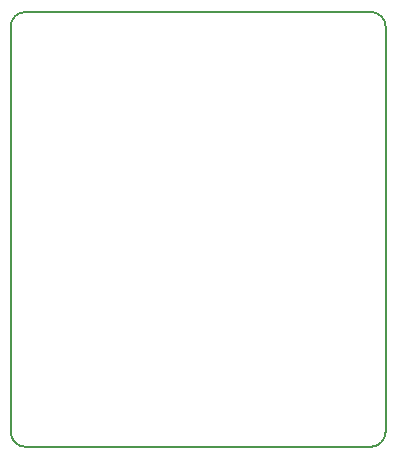
<source format=gbr>
G04 #@! TF.GenerationSoftware,KiCad,Pcbnew,(5.0.1-3-g963ef8bb5)*
G04 #@! TF.CreationDate,2019-01-23T22:51:25-05:00*
G04 #@! TF.ProjectId,WaterSpill,57617465725370696C6C2E6B69636164,rev?*
G04 #@! TF.SameCoordinates,Original*
G04 #@! TF.FileFunction,Profile,NP*
%FSLAX46Y46*%
G04 Gerber Fmt 4.6, Leading zero omitted, Abs format (unit mm)*
G04 Created by KiCad (PCBNEW (5.0.1-3-g963ef8bb5)) date Wednesday, January 23, 2019 at 10:51:25 pm*
%MOMM*%
%LPD*%
G01*
G04 APERTURE LIST*
%ADD10C,0.150000*%
%ADD11C,0.200000*%
G04 APERTURE END LIST*
D10*
X59690000Y-52070000D02*
G75*
G02X58420000Y-53340000I-1270000J0D01*
G01*
X27940000Y-17780000D02*
G75*
G02X29210000Y-16510000I1270000J0D01*
G01*
X58420000Y-16510000D02*
G75*
G02X59690000Y-17780000I0J-1270000D01*
G01*
X29210000Y-53340000D02*
G75*
G02X27940000Y-52070000I0J1270000D01*
G01*
D11*
X27940000Y-52070000D02*
X27940000Y-17780000D01*
X58420000Y-53340000D02*
X29210000Y-53340000D01*
X59690000Y-17780000D02*
X59690000Y-52070000D01*
X29210000Y-16510000D02*
X58420000Y-16510000D01*
M02*

</source>
